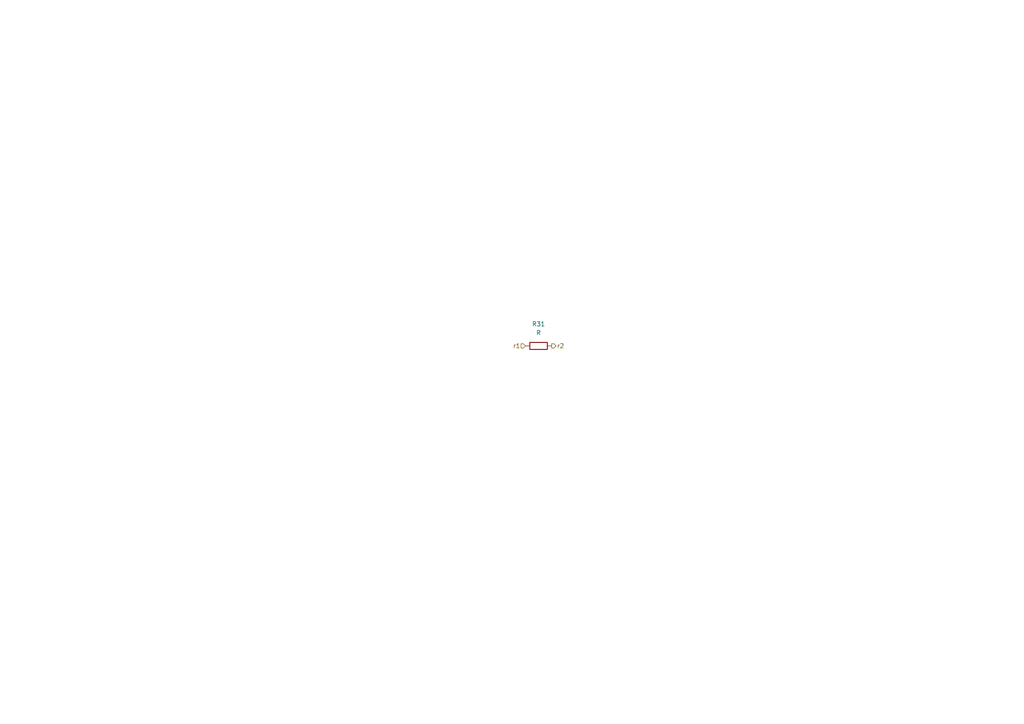
<source format=kicad_sch>
(kicad_sch (version 20231120) (generator "eeschema") (generator_version "8.0")
  (paper "A4")
  (lib_symbols
    (symbol "Device:R" (pin_numbers hide) (pin_names (offset 0))
      (property "Reference" "R" (at 2.032 0 90))
      (property "Value" "R" (at 0 0 90))
      (symbol "R_0_1"
        (rectangle (start -1.016 -2.54) (end 1.016 2.54) (stroke (width 0.254)))
      )
      (symbol "R_1_1"
        (pin passive line (at 0 3.81 270) (length 1.27) (name "~") (number "1"))
        (pin passive line (at 0 -3.81 90) (length 1.27) (name "~") (number "2"))
      )
    )
  )
  (hierarchical_label "r2" (shape output) (at 160.02 100.33 0))
  (hierarchical_label "r1" (shape input) (at 152.4 100.33 180))
  (symbol (lib_id "Device:R") (at 156.21 100.33 90) (unit 1)
    (property "Reference" "R31" (at 156.21 93.98 90))
    (property "Value" "R" (at 156.21 96.52 90))
    (property "Description" "Resistor" (effects (hide yes)))
  )
)
</source>
